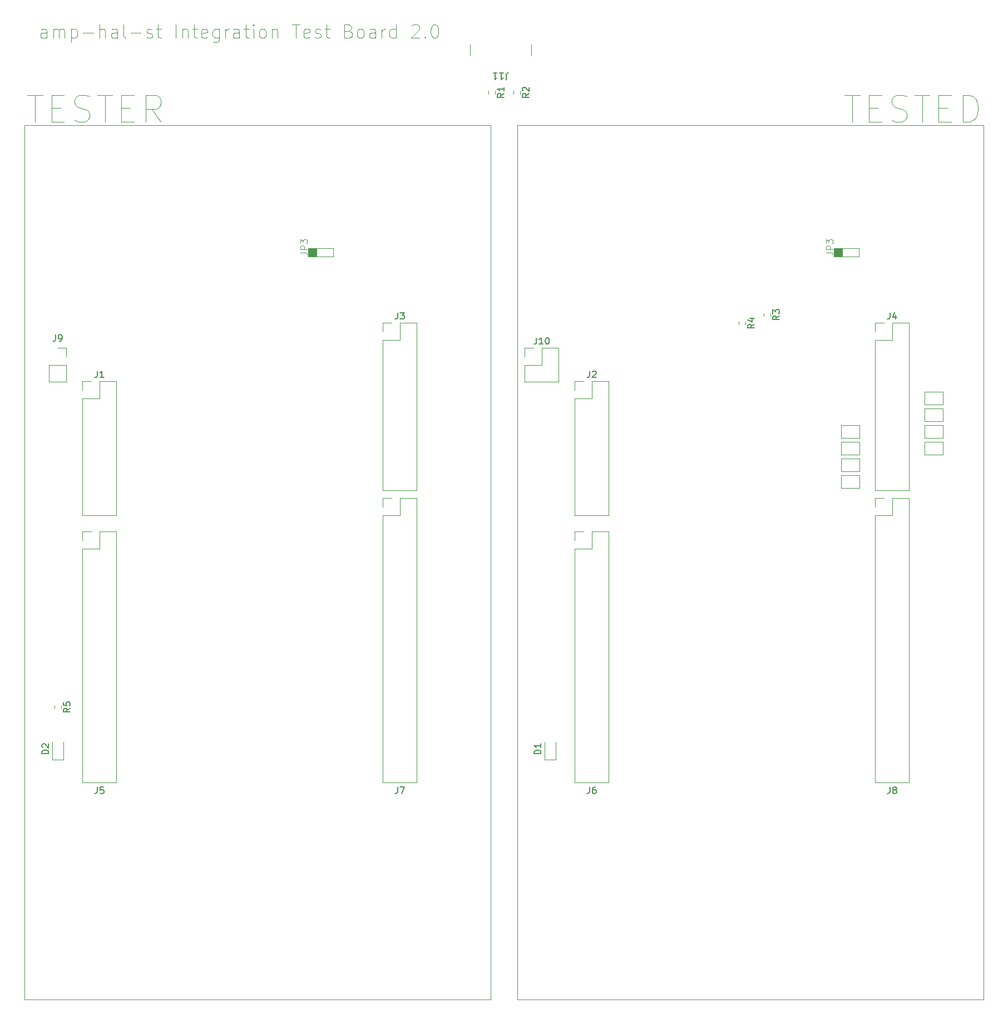
<source format=gbr>
%TF.GenerationSoftware,KiCad,Pcbnew,8.0.4*%
%TF.CreationDate,2025-07-31T13:43:54+02:00*%
%TF.ProjectId,integration_test_board,696e7465-6772-4617-9469-6f6e5f746573,rev?*%
%TF.SameCoordinates,PX1312d00PYaba9500*%
%TF.FileFunction,Legend,Top*%
%TF.FilePolarity,Positive*%
%FSLAX46Y46*%
G04 Gerber Fmt 4.6, Leading zero omitted, Abs format (unit mm)*
G04 Created by KiCad (PCBNEW 8.0.4) date 2025-07-31 13:43:54*
%MOMM*%
%LPD*%
G01*
G04 APERTURE LIST*
%ADD10C,0.100000*%
%ADD11C,0.150000*%
%ADD12C,0.120000*%
G04 APERTURE END LIST*
D10*
X49052419Y114619599D02*
X49766704Y114619599D01*
X49766704Y114619599D02*
X49909561Y114571980D01*
X49909561Y114571980D02*
X50004800Y114476742D01*
X50004800Y114476742D02*
X50052419Y114333885D01*
X50052419Y114333885D02*
X50052419Y114238647D01*
X50052419Y115095790D02*
X49052419Y115095790D01*
X49052419Y115095790D02*
X49052419Y115476742D01*
X49052419Y115476742D02*
X49100038Y115571980D01*
X49100038Y115571980D02*
X49147657Y115619599D01*
X49147657Y115619599D02*
X49242895Y115667218D01*
X49242895Y115667218D02*
X49385752Y115667218D01*
X49385752Y115667218D02*
X49480990Y115619599D01*
X49480990Y115619599D02*
X49528609Y115571980D01*
X49528609Y115571980D02*
X49576228Y115476742D01*
X49576228Y115476742D02*
X49576228Y115095790D01*
X49052419Y116000552D02*
X49052419Y116619599D01*
X49052419Y116619599D02*
X49433371Y116286266D01*
X49433371Y116286266D02*
X49433371Y116429123D01*
X49433371Y116429123D02*
X49480990Y116524361D01*
X49480990Y116524361D02*
X49528609Y116571980D01*
X49528609Y116571980D02*
X49623847Y116619599D01*
X49623847Y116619599D02*
X49861942Y116619599D01*
X49861942Y116619599D02*
X49957180Y116571980D01*
X49957180Y116571980D02*
X50004800Y116524361D01*
X50004800Y116524361D02*
X50052419Y116429123D01*
X50052419Y116429123D02*
X50052419Y116143409D01*
X50052419Y116143409D02*
X50004800Y116048171D01*
X50004800Y116048171D02*
X49957180Y116000552D01*
X50180000Y115300000D02*
X53990000Y115300000D01*
X53990000Y114030000D01*
X50180000Y114030000D01*
X50180000Y115300000D01*
X50180000Y115300000D02*
X51450000Y115300000D01*
X51450000Y114030000D01*
X50180000Y114030000D01*
X50180000Y115300000D01*
G36*
X50180000Y115300000D02*
G01*
X51450000Y115300000D01*
X51450000Y114030000D01*
X50180000Y114030000D01*
X50180000Y115300000D01*
G37*
X129062419Y114619599D02*
X129776704Y114619599D01*
X129776704Y114619599D02*
X129919561Y114571980D01*
X129919561Y114571980D02*
X130014800Y114476742D01*
X130014800Y114476742D02*
X130062419Y114333885D01*
X130062419Y114333885D02*
X130062419Y114238647D01*
X130062419Y115095790D02*
X129062419Y115095790D01*
X129062419Y115095790D02*
X129062419Y115476742D01*
X129062419Y115476742D02*
X129110038Y115571980D01*
X129110038Y115571980D02*
X129157657Y115619599D01*
X129157657Y115619599D02*
X129252895Y115667218D01*
X129252895Y115667218D02*
X129395752Y115667218D01*
X129395752Y115667218D02*
X129490990Y115619599D01*
X129490990Y115619599D02*
X129538609Y115571980D01*
X129538609Y115571980D02*
X129586228Y115476742D01*
X129586228Y115476742D02*
X129586228Y115095790D01*
X129062419Y116000552D02*
X129062419Y116619599D01*
X129062419Y116619599D02*
X129443371Y116286266D01*
X129443371Y116286266D02*
X129443371Y116429123D01*
X129443371Y116429123D02*
X129490990Y116524361D01*
X129490990Y116524361D02*
X129538609Y116571980D01*
X129538609Y116571980D02*
X129633847Y116619599D01*
X129633847Y116619599D02*
X129871942Y116619599D01*
X129871942Y116619599D02*
X129967180Y116571980D01*
X129967180Y116571980D02*
X130014800Y116524361D01*
X130014800Y116524361D02*
X130062419Y116429123D01*
X130062419Y116429123D02*
X130062419Y116143409D01*
X130062419Y116143409D02*
X130014800Y116048171D01*
X130014800Y116048171D02*
X129967180Y116000552D01*
X130190000Y115300000D02*
X131460000Y115300000D01*
X131460000Y114030000D01*
X130190000Y114030000D01*
X130190000Y115300000D01*
G36*
X130190000Y115300000D02*
G01*
X131460000Y115300000D01*
X131460000Y114030000D01*
X130190000Y114030000D01*
X130190000Y115300000D01*
G37*
X130190000Y115300000D02*
X134000000Y115300000D01*
X134000000Y114030000D01*
X130190000Y114030000D01*
X130190000Y115300000D01*
X131840116Y138566557D02*
X134162402Y138566557D01*
X133001259Y134502557D02*
X133001259Y138566557D01*
X135517069Y136631319D02*
X136871735Y136631319D01*
X137452307Y134502557D02*
X135517069Y134502557D01*
X135517069Y134502557D02*
X135517069Y138566557D01*
X135517069Y138566557D02*
X137452307Y138566557D01*
X139000497Y134696080D02*
X139581068Y134502557D01*
X139581068Y134502557D02*
X140548687Y134502557D01*
X140548687Y134502557D02*
X140935735Y134696080D01*
X140935735Y134696080D02*
X141129259Y134889604D01*
X141129259Y134889604D02*
X141322782Y135276652D01*
X141322782Y135276652D02*
X141322782Y135663700D01*
X141322782Y135663700D02*
X141129259Y136050747D01*
X141129259Y136050747D02*
X140935735Y136244271D01*
X140935735Y136244271D02*
X140548687Y136437795D01*
X140548687Y136437795D02*
X139774592Y136631319D01*
X139774592Y136631319D02*
X139387544Y136824842D01*
X139387544Y136824842D02*
X139194021Y137018366D01*
X139194021Y137018366D02*
X139000497Y137405414D01*
X139000497Y137405414D02*
X139000497Y137792461D01*
X139000497Y137792461D02*
X139194021Y138179509D01*
X139194021Y138179509D02*
X139387544Y138373033D01*
X139387544Y138373033D02*
X139774592Y138566557D01*
X139774592Y138566557D02*
X140742211Y138566557D01*
X140742211Y138566557D02*
X141322782Y138373033D01*
X142483925Y138566557D02*
X144806211Y138566557D01*
X143645068Y134502557D02*
X143645068Y138566557D01*
X146160878Y136631319D02*
X147515544Y136631319D01*
X148096116Y134502557D02*
X146160878Y134502557D01*
X146160878Y134502557D02*
X146160878Y138566557D01*
X146160878Y138566557D02*
X148096116Y138566557D01*
X149837830Y134502557D02*
X149837830Y138566557D01*
X149837830Y138566557D02*
X150805449Y138566557D01*
X150805449Y138566557D02*
X151386020Y138373033D01*
X151386020Y138373033D02*
X151773068Y137985985D01*
X151773068Y137985985D02*
X151966591Y137598938D01*
X151966591Y137598938D02*
X152160115Y136824842D01*
X152160115Y136824842D02*
X152160115Y136244271D01*
X152160115Y136244271D02*
X151966591Y135470176D01*
X151966591Y135470176D02*
X151773068Y135083128D01*
X151773068Y135083128D02*
X151386020Y134696080D01*
X151386020Y134696080D02*
X150805449Y134502557D01*
X150805449Y134502557D02*
X149837830Y134502557D01*
X7452836Y138566557D02*
X9775122Y138566557D01*
X8613979Y134502557D02*
X8613979Y138566557D01*
X11129789Y136631319D02*
X12484455Y136631319D01*
X13065027Y134502557D02*
X11129789Y134502557D01*
X11129789Y134502557D02*
X11129789Y138566557D01*
X11129789Y138566557D02*
X13065027Y138566557D01*
X14613217Y134696080D02*
X15193788Y134502557D01*
X15193788Y134502557D02*
X16161407Y134502557D01*
X16161407Y134502557D02*
X16548455Y134696080D01*
X16548455Y134696080D02*
X16741979Y134889604D01*
X16741979Y134889604D02*
X16935502Y135276652D01*
X16935502Y135276652D02*
X16935502Y135663700D01*
X16935502Y135663700D02*
X16741979Y136050747D01*
X16741979Y136050747D02*
X16548455Y136244271D01*
X16548455Y136244271D02*
X16161407Y136437795D01*
X16161407Y136437795D02*
X15387312Y136631319D01*
X15387312Y136631319D02*
X15000264Y136824842D01*
X15000264Y136824842D02*
X14806741Y137018366D01*
X14806741Y137018366D02*
X14613217Y137405414D01*
X14613217Y137405414D02*
X14613217Y137792461D01*
X14613217Y137792461D02*
X14806741Y138179509D01*
X14806741Y138179509D02*
X15000264Y138373033D01*
X15000264Y138373033D02*
X15387312Y138566557D01*
X15387312Y138566557D02*
X16354931Y138566557D01*
X16354931Y138566557D02*
X16935502Y138373033D01*
X18096645Y138566557D02*
X20418931Y138566557D01*
X19257788Y134502557D02*
X19257788Y138566557D01*
X21773598Y136631319D02*
X23128264Y136631319D01*
X23708836Y134502557D02*
X21773598Y134502557D01*
X21773598Y134502557D02*
X21773598Y138566557D01*
X21773598Y138566557D02*
X23708836Y138566557D01*
X27772835Y134502557D02*
X26418169Y136437795D01*
X25450550Y134502557D02*
X25450550Y138566557D01*
X25450550Y138566557D02*
X26998740Y138566557D01*
X26998740Y138566557D02*
X27385788Y138373033D01*
X27385788Y138373033D02*
X27579311Y138179509D01*
X27579311Y138179509D02*
X27772835Y137792461D01*
X27772835Y137792461D02*
X27772835Y137211890D01*
X27772835Y137211890D02*
X27579311Y136824842D01*
X27579311Y136824842D02*
X27385788Y136631319D01*
X27385788Y136631319D02*
X26998740Y136437795D01*
X26998740Y136437795D02*
X25450550Y136437795D01*
X10420455Y147253879D02*
X10420455Y148318260D01*
X10420455Y148318260D02*
X10323693Y148511783D01*
X10323693Y148511783D02*
X10130169Y148608545D01*
X10130169Y148608545D02*
X9743122Y148608545D01*
X9743122Y148608545D02*
X9549598Y148511783D01*
X10420455Y147350640D02*
X10226931Y147253879D01*
X10226931Y147253879D02*
X9743122Y147253879D01*
X9743122Y147253879D02*
X9549598Y147350640D01*
X9549598Y147350640D02*
X9452836Y147544164D01*
X9452836Y147544164D02*
X9452836Y147737688D01*
X9452836Y147737688D02*
X9549598Y147931212D01*
X9549598Y147931212D02*
X9743122Y148027974D01*
X9743122Y148027974D02*
X10226931Y148027974D01*
X10226931Y148027974D02*
X10420455Y148124736D01*
X11388074Y147253879D02*
X11388074Y148608545D01*
X11388074Y148415021D02*
X11484836Y148511783D01*
X11484836Y148511783D02*
X11678360Y148608545D01*
X11678360Y148608545D02*
X11968645Y148608545D01*
X11968645Y148608545D02*
X12162169Y148511783D01*
X12162169Y148511783D02*
X12258931Y148318260D01*
X12258931Y148318260D02*
X12258931Y147253879D01*
X12258931Y148318260D02*
X12355693Y148511783D01*
X12355693Y148511783D02*
X12549217Y148608545D01*
X12549217Y148608545D02*
X12839503Y148608545D01*
X12839503Y148608545D02*
X13033026Y148511783D01*
X13033026Y148511783D02*
X13129788Y148318260D01*
X13129788Y148318260D02*
X13129788Y147253879D01*
X14097407Y148608545D02*
X14097407Y146576545D01*
X14097407Y148511783D02*
X14290931Y148608545D01*
X14290931Y148608545D02*
X14677978Y148608545D01*
X14677978Y148608545D02*
X14871502Y148511783D01*
X14871502Y148511783D02*
X14968264Y148415021D01*
X14968264Y148415021D02*
X15065026Y148221498D01*
X15065026Y148221498D02*
X15065026Y147640926D01*
X15065026Y147640926D02*
X14968264Y147447402D01*
X14968264Y147447402D02*
X14871502Y147350640D01*
X14871502Y147350640D02*
X14677978Y147253879D01*
X14677978Y147253879D02*
X14290931Y147253879D01*
X14290931Y147253879D02*
X14097407Y147350640D01*
X15935883Y148027974D02*
X17484074Y148027974D01*
X18451693Y147253879D02*
X18451693Y149285879D01*
X19322550Y147253879D02*
X19322550Y148318260D01*
X19322550Y148318260D02*
X19225788Y148511783D01*
X19225788Y148511783D02*
X19032264Y148608545D01*
X19032264Y148608545D02*
X18741979Y148608545D01*
X18741979Y148608545D02*
X18548455Y148511783D01*
X18548455Y148511783D02*
X18451693Y148415021D01*
X21161026Y147253879D02*
X21161026Y148318260D01*
X21161026Y148318260D02*
X21064264Y148511783D01*
X21064264Y148511783D02*
X20870740Y148608545D01*
X20870740Y148608545D02*
X20483693Y148608545D01*
X20483693Y148608545D02*
X20290169Y148511783D01*
X21161026Y147350640D02*
X20967502Y147253879D01*
X20967502Y147253879D02*
X20483693Y147253879D01*
X20483693Y147253879D02*
X20290169Y147350640D01*
X20290169Y147350640D02*
X20193407Y147544164D01*
X20193407Y147544164D02*
X20193407Y147737688D01*
X20193407Y147737688D02*
X20290169Y147931212D01*
X20290169Y147931212D02*
X20483693Y148027974D01*
X20483693Y148027974D02*
X20967502Y148027974D01*
X20967502Y148027974D02*
X21161026Y148124736D01*
X22418931Y147253879D02*
X22225407Y147350640D01*
X22225407Y147350640D02*
X22128645Y147544164D01*
X22128645Y147544164D02*
X22128645Y149285879D01*
X23193026Y148027974D02*
X24741217Y148027974D01*
X25612074Y147350640D02*
X25805598Y147253879D01*
X25805598Y147253879D02*
X26192646Y147253879D01*
X26192646Y147253879D02*
X26386169Y147350640D01*
X26386169Y147350640D02*
X26482931Y147544164D01*
X26482931Y147544164D02*
X26482931Y147640926D01*
X26482931Y147640926D02*
X26386169Y147834450D01*
X26386169Y147834450D02*
X26192646Y147931212D01*
X26192646Y147931212D02*
X25902360Y147931212D01*
X25902360Y147931212D02*
X25708836Y148027974D01*
X25708836Y148027974D02*
X25612074Y148221498D01*
X25612074Y148221498D02*
X25612074Y148318260D01*
X25612074Y148318260D02*
X25708836Y148511783D01*
X25708836Y148511783D02*
X25902360Y148608545D01*
X25902360Y148608545D02*
X26192646Y148608545D01*
X26192646Y148608545D02*
X26386169Y148511783D01*
X27063502Y148608545D02*
X27837598Y148608545D01*
X27353788Y149285879D02*
X27353788Y147544164D01*
X27353788Y147544164D02*
X27450550Y147350640D01*
X27450550Y147350640D02*
X27644074Y147253879D01*
X27644074Y147253879D02*
X27837598Y147253879D01*
X30063121Y147253879D02*
X30063121Y149285879D01*
X31030740Y148608545D02*
X31030740Y147253879D01*
X31030740Y148415021D02*
X31127502Y148511783D01*
X31127502Y148511783D02*
X31321026Y148608545D01*
X31321026Y148608545D02*
X31611311Y148608545D01*
X31611311Y148608545D02*
X31804835Y148511783D01*
X31804835Y148511783D02*
X31901597Y148318260D01*
X31901597Y148318260D02*
X31901597Y147253879D01*
X32578930Y148608545D02*
X33353026Y148608545D01*
X32869216Y149285879D02*
X32869216Y147544164D01*
X32869216Y147544164D02*
X32965978Y147350640D01*
X32965978Y147350640D02*
X33159502Y147253879D01*
X33159502Y147253879D02*
X33353026Y147253879D01*
X34804454Y147350640D02*
X34610930Y147253879D01*
X34610930Y147253879D02*
X34223883Y147253879D01*
X34223883Y147253879D02*
X34030359Y147350640D01*
X34030359Y147350640D02*
X33933597Y147544164D01*
X33933597Y147544164D02*
X33933597Y148318260D01*
X33933597Y148318260D02*
X34030359Y148511783D01*
X34030359Y148511783D02*
X34223883Y148608545D01*
X34223883Y148608545D02*
X34610930Y148608545D01*
X34610930Y148608545D02*
X34804454Y148511783D01*
X34804454Y148511783D02*
X34901216Y148318260D01*
X34901216Y148318260D02*
X34901216Y148124736D01*
X34901216Y148124736D02*
X33933597Y147931212D01*
X36642930Y148608545D02*
X36642930Y146963593D01*
X36642930Y146963593D02*
X36546168Y146770069D01*
X36546168Y146770069D02*
X36449406Y146673307D01*
X36449406Y146673307D02*
X36255883Y146576545D01*
X36255883Y146576545D02*
X35965597Y146576545D01*
X35965597Y146576545D02*
X35772073Y146673307D01*
X36642930Y147350640D02*
X36449406Y147253879D01*
X36449406Y147253879D02*
X36062359Y147253879D01*
X36062359Y147253879D02*
X35868835Y147350640D01*
X35868835Y147350640D02*
X35772073Y147447402D01*
X35772073Y147447402D02*
X35675311Y147640926D01*
X35675311Y147640926D02*
X35675311Y148221498D01*
X35675311Y148221498D02*
X35772073Y148415021D01*
X35772073Y148415021D02*
X35868835Y148511783D01*
X35868835Y148511783D02*
X36062359Y148608545D01*
X36062359Y148608545D02*
X36449406Y148608545D01*
X36449406Y148608545D02*
X36642930Y148511783D01*
X37610549Y147253879D02*
X37610549Y148608545D01*
X37610549Y148221498D02*
X37707311Y148415021D01*
X37707311Y148415021D02*
X37804073Y148511783D01*
X37804073Y148511783D02*
X37997597Y148608545D01*
X37997597Y148608545D02*
X38191120Y148608545D01*
X39739311Y147253879D02*
X39739311Y148318260D01*
X39739311Y148318260D02*
X39642549Y148511783D01*
X39642549Y148511783D02*
X39449025Y148608545D01*
X39449025Y148608545D02*
X39061978Y148608545D01*
X39061978Y148608545D02*
X38868454Y148511783D01*
X39739311Y147350640D02*
X39545787Y147253879D01*
X39545787Y147253879D02*
X39061978Y147253879D01*
X39061978Y147253879D02*
X38868454Y147350640D01*
X38868454Y147350640D02*
X38771692Y147544164D01*
X38771692Y147544164D02*
X38771692Y147737688D01*
X38771692Y147737688D02*
X38868454Y147931212D01*
X38868454Y147931212D02*
X39061978Y148027974D01*
X39061978Y148027974D02*
X39545787Y148027974D01*
X39545787Y148027974D02*
X39739311Y148124736D01*
X40416644Y148608545D02*
X41190740Y148608545D01*
X40706930Y149285879D02*
X40706930Y147544164D01*
X40706930Y147544164D02*
X40803692Y147350640D01*
X40803692Y147350640D02*
X40997216Y147253879D01*
X40997216Y147253879D02*
X41190740Y147253879D01*
X41868073Y147253879D02*
X41868073Y148608545D01*
X41868073Y149285879D02*
X41771311Y149189117D01*
X41771311Y149189117D02*
X41868073Y149092355D01*
X41868073Y149092355D02*
X41964835Y149189117D01*
X41964835Y149189117D02*
X41868073Y149285879D01*
X41868073Y149285879D02*
X41868073Y149092355D01*
X43125978Y147253879D02*
X42932454Y147350640D01*
X42932454Y147350640D02*
X42835692Y147447402D01*
X42835692Y147447402D02*
X42738930Y147640926D01*
X42738930Y147640926D02*
X42738930Y148221498D01*
X42738930Y148221498D02*
X42835692Y148415021D01*
X42835692Y148415021D02*
X42932454Y148511783D01*
X42932454Y148511783D02*
X43125978Y148608545D01*
X43125978Y148608545D02*
X43416263Y148608545D01*
X43416263Y148608545D02*
X43609787Y148511783D01*
X43609787Y148511783D02*
X43706549Y148415021D01*
X43706549Y148415021D02*
X43803311Y148221498D01*
X43803311Y148221498D02*
X43803311Y147640926D01*
X43803311Y147640926D02*
X43706549Y147447402D01*
X43706549Y147447402D02*
X43609787Y147350640D01*
X43609787Y147350640D02*
X43416263Y147253879D01*
X43416263Y147253879D02*
X43125978Y147253879D01*
X44674168Y148608545D02*
X44674168Y147253879D01*
X44674168Y148415021D02*
X44770930Y148511783D01*
X44770930Y148511783D02*
X44964454Y148608545D01*
X44964454Y148608545D02*
X45254739Y148608545D01*
X45254739Y148608545D02*
X45448263Y148511783D01*
X45448263Y148511783D02*
X45545025Y148318260D01*
X45545025Y148318260D02*
X45545025Y147253879D01*
X47770548Y149285879D02*
X48931691Y149285879D01*
X48351120Y147253879D02*
X48351120Y149285879D01*
X50383119Y147350640D02*
X50189595Y147253879D01*
X50189595Y147253879D02*
X49802548Y147253879D01*
X49802548Y147253879D02*
X49609024Y147350640D01*
X49609024Y147350640D02*
X49512262Y147544164D01*
X49512262Y147544164D02*
X49512262Y148318260D01*
X49512262Y148318260D02*
X49609024Y148511783D01*
X49609024Y148511783D02*
X49802548Y148608545D01*
X49802548Y148608545D02*
X50189595Y148608545D01*
X50189595Y148608545D02*
X50383119Y148511783D01*
X50383119Y148511783D02*
X50479881Y148318260D01*
X50479881Y148318260D02*
X50479881Y148124736D01*
X50479881Y148124736D02*
X49512262Y147931212D01*
X51253976Y147350640D02*
X51447500Y147253879D01*
X51447500Y147253879D02*
X51834548Y147253879D01*
X51834548Y147253879D02*
X52028071Y147350640D01*
X52028071Y147350640D02*
X52124833Y147544164D01*
X52124833Y147544164D02*
X52124833Y147640926D01*
X52124833Y147640926D02*
X52028071Y147834450D01*
X52028071Y147834450D02*
X51834548Y147931212D01*
X51834548Y147931212D02*
X51544262Y147931212D01*
X51544262Y147931212D02*
X51350738Y148027974D01*
X51350738Y148027974D02*
X51253976Y148221498D01*
X51253976Y148221498D02*
X51253976Y148318260D01*
X51253976Y148318260D02*
X51350738Y148511783D01*
X51350738Y148511783D02*
X51544262Y148608545D01*
X51544262Y148608545D02*
X51834548Y148608545D01*
X51834548Y148608545D02*
X52028071Y148511783D01*
X52705404Y148608545D02*
X53479500Y148608545D01*
X52995690Y149285879D02*
X52995690Y147544164D01*
X52995690Y147544164D02*
X53092452Y147350640D01*
X53092452Y147350640D02*
X53285976Y147253879D01*
X53285976Y147253879D02*
X53479500Y147253879D01*
X56382356Y148318260D02*
X56672642Y148221498D01*
X56672642Y148221498D02*
X56769404Y148124736D01*
X56769404Y148124736D02*
X56866166Y147931212D01*
X56866166Y147931212D02*
X56866166Y147640926D01*
X56866166Y147640926D02*
X56769404Y147447402D01*
X56769404Y147447402D02*
X56672642Y147350640D01*
X56672642Y147350640D02*
X56479118Y147253879D01*
X56479118Y147253879D02*
X55705023Y147253879D01*
X55705023Y147253879D02*
X55705023Y149285879D01*
X55705023Y149285879D02*
X56382356Y149285879D01*
X56382356Y149285879D02*
X56575880Y149189117D01*
X56575880Y149189117D02*
X56672642Y149092355D01*
X56672642Y149092355D02*
X56769404Y148898831D01*
X56769404Y148898831D02*
X56769404Y148705307D01*
X56769404Y148705307D02*
X56672642Y148511783D01*
X56672642Y148511783D02*
X56575880Y148415021D01*
X56575880Y148415021D02*
X56382356Y148318260D01*
X56382356Y148318260D02*
X55705023Y148318260D01*
X58027309Y147253879D02*
X57833785Y147350640D01*
X57833785Y147350640D02*
X57737023Y147447402D01*
X57737023Y147447402D02*
X57640261Y147640926D01*
X57640261Y147640926D02*
X57640261Y148221498D01*
X57640261Y148221498D02*
X57737023Y148415021D01*
X57737023Y148415021D02*
X57833785Y148511783D01*
X57833785Y148511783D02*
X58027309Y148608545D01*
X58027309Y148608545D02*
X58317594Y148608545D01*
X58317594Y148608545D02*
X58511118Y148511783D01*
X58511118Y148511783D02*
X58607880Y148415021D01*
X58607880Y148415021D02*
X58704642Y148221498D01*
X58704642Y148221498D02*
X58704642Y147640926D01*
X58704642Y147640926D02*
X58607880Y147447402D01*
X58607880Y147447402D02*
X58511118Y147350640D01*
X58511118Y147350640D02*
X58317594Y147253879D01*
X58317594Y147253879D02*
X58027309Y147253879D01*
X60446356Y147253879D02*
X60446356Y148318260D01*
X60446356Y148318260D02*
X60349594Y148511783D01*
X60349594Y148511783D02*
X60156070Y148608545D01*
X60156070Y148608545D02*
X59769023Y148608545D01*
X59769023Y148608545D02*
X59575499Y148511783D01*
X60446356Y147350640D02*
X60252832Y147253879D01*
X60252832Y147253879D02*
X59769023Y147253879D01*
X59769023Y147253879D02*
X59575499Y147350640D01*
X59575499Y147350640D02*
X59478737Y147544164D01*
X59478737Y147544164D02*
X59478737Y147737688D01*
X59478737Y147737688D02*
X59575499Y147931212D01*
X59575499Y147931212D02*
X59769023Y148027974D01*
X59769023Y148027974D02*
X60252832Y148027974D01*
X60252832Y148027974D02*
X60446356Y148124736D01*
X61413975Y147253879D02*
X61413975Y148608545D01*
X61413975Y148221498D02*
X61510737Y148415021D01*
X61510737Y148415021D02*
X61607499Y148511783D01*
X61607499Y148511783D02*
X61801023Y148608545D01*
X61801023Y148608545D02*
X61994546Y148608545D01*
X63542737Y147253879D02*
X63542737Y149285879D01*
X63542737Y147350640D02*
X63349213Y147253879D01*
X63349213Y147253879D02*
X62962166Y147253879D01*
X62962166Y147253879D02*
X62768642Y147350640D01*
X62768642Y147350640D02*
X62671880Y147447402D01*
X62671880Y147447402D02*
X62575118Y147640926D01*
X62575118Y147640926D02*
X62575118Y148221498D01*
X62575118Y148221498D02*
X62671880Y148415021D01*
X62671880Y148415021D02*
X62768642Y148511783D01*
X62768642Y148511783D02*
X62962166Y148608545D01*
X62962166Y148608545D02*
X63349213Y148608545D01*
X63349213Y148608545D02*
X63542737Y148511783D01*
X65961784Y149092355D02*
X66058546Y149189117D01*
X66058546Y149189117D02*
X66252070Y149285879D01*
X66252070Y149285879D02*
X66735879Y149285879D01*
X66735879Y149285879D02*
X66929403Y149189117D01*
X66929403Y149189117D02*
X67026165Y149092355D01*
X67026165Y149092355D02*
X67122927Y148898831D01*
X67122927Y148898831D02*
X67122927Y148705307D01*
X67122927Y148705307D02*
X67026165Y148415021D01*
X67026165Y148415021D02*
X65865022Y147253879D01*
X65865022Y147253879D02*
X67122927Y147253879D01*
X67993784Y147447402D02*
X68090546Y147350640D01*
X68090546Y147350640D02*
X67993784Y147253879D01*
X67993784Y147253879D02*
X67897022Y147350640D01*
X67897022Y147350640D02*
X67993784Y147447402D01*
X67993784Y147447402D02*
X67993784Y147253879D01*
X69348451Y149285879D02*
X69541974Y149285879D01*
X69541974Y149285879D02*
X69735498Y149189117D01*
X69735498Y149189117D02*
X69832260Y149092355D01*
X69832260Y149092355D02*
X69929022Y148898831D01*
X69929022Y148898831D02*
X70025784Y148511783D01*
X70025784Y148511783D02*
X70025784Y148027974D01*
X70025784Y148027974D02*
X69929022Y147640926D01*
X69929022Y147640926D02*
X69832260Y147447402D01*
X69832260Y147447402D02*
X69735498Y147350640D01*
X69735498Y147350640D02*
X69541974Y147253879D01*
X69541974Y147253879D02*
X69348451Y147253879D01*
X69348451Y147253879D02*
X69154927Y147350640D01*
X69154927Y147350640D02*
X69058165Y147447402D01*
X69058165Y147447402D02*
X68961403Y147640926D01*
X68961403Y147640926D02*
X68864641Y148027974D01*
X68864641Y148027974D02*
X68864641Y148511783D01*
X68864641Y148511783D02*
X68961403Y148898831D01*
X68961403Y148898831D02*
X69058165Y149092355D01*
X69058165Y149092355D02*
X69154927Y149189117D01*
X69154927Y149189117D02*
X69348451Y149285879D01*
X82000000Y134000000D02*
X153000000Y134000000D01*
X153000000Y1000000D01*
X82000000Y1000000D01*
X82000000Y134000000D01*
X7000000Y134000000D02*
X78000000Y134000000D01*
X78000000Y1000000D01*
X7000000Y1000000D01*
X7000000Y134000000D01*
D11*
X13964819Y45283334D02*
X13488628Y44950001D01*
X13964819Y44711906D02*
X12964819Y44711906D01*
X12964819Y44711906D02*
X12964819Y45092858D01*
X12964819Y45092858D02*
X13012438Y45188096D01*
X13012438Y45188096D02*
X13060057Y45235715D01*
X13060057Y45235715D02*
X13155295Y45283334D01*
X13155295Y45283334D02*
X13298152Y45283334D01*
X13298152Y45283334D02*
X13393390Y45235715D01*
X13393390Y45235715D02*
X13441009Y45188096D01*
X13441009Y45188096D02*
X13488628Y45092858D01*
X13488628Y45092858D02*
X13488628Y44711906D01*
X12964819Y46188096D02*
X12964819Y45711906D01*
X12964819Y45711906D02*
X13441009Y45664287D01*
X13441009Y45664287D02*
X13393390Y45711906D01*
X13393390Y45711906D02*
X13345771Y45807144D01*
X13345771Y45807144D02*
X13345771Y46045239D01*
X13345771Y46045239D02*
X13393390Y46140477D01*
X13393390Y46140477D02*
X13441009Y46188096D01*
X13441009Y46188096D02*
X13536247Y46235715D01*
X13536247Y46235715D02*
X13774342Y46235715D01*
X13774342Y46235715D02*
X13869580Y46188096D01*
X13869580Y46188096D02*
X13917200Y46140477D01*
X13917200Y46140477D02*
X13964819Y46045239D01*
X13964819Y46045239D02*
X13964819Y45807144D01*
X13964819Y45807144D02*
X13917200Y45711906D01*
X13917200Y45711906D02*
X13869580Y45664287D01*
X118104819Y103703334D02*
X117628628Y103370001D01*
X118104819Y103131906D02*
X117104819Y103131906D01*
X117104819Y103131906D02*
X117104819Y103512858D01*
X117104819Y103512858D02*
X117152438Y103608096D01*
X117152438Y103608096D02*
X117200057Y103655715D01*
X117200057Y103655715D02*
X117295295Y103703334D01*
X117295295Y103703334D02*
X117438152Y103703334D01*
X117438152Y103703334D02*
X117533390Y103655715D01*
X117533390Y103655715D02*
X117581009Y103608096D01*
X117581009Y103608096D02*
X117628628Y103512858D01*
X117628628Y103512858D02*
X117628628Y103131906D01*
X117438152Y104560477D02*
X118104819Y104560477D01*
X117057200Y104322382D02*
X117771485Y104084287D01*
X117771485Y104084287D02*
X117771485Y104703334D01*
X121914819Y104973334D02*
X121438628Y104640001D01*
X121914819Y104401906D02*
X120914819Y104401906D01*
X120914819Y104401906D02*
X120914819Y104782858D01*
X120914819Y104782858D02*
X120962438Y104878096D01*
X120962438Y104878096D02*
X121010057Y104925715D01*
X121010057Y104925715D02*
X121105295Y104973334D01*
X121105295Y104973334D02*
X121248152Y104973334D01*
X121248152Y104973334D02*
X121343390Y104925715D01*
X121343390Y104925715D02*
X121391009Y104878096D01*
X121391009Y104878096D02*
X121438628Y104782858D01*
X121438628Y104782858D02*
X121438628Y104401906D01*
X120914819Y105306668D02*
X120914819Y105925715D01*
X120914819Y105925715D02*
X121295771Y105592382D01*
X121295771Y105592382D02*
X121295771Y105735239D01*
X121295771Y105735239D02*
X121343390Y105830477D01*
X121343390Y105830477D02*
X121391009Y105878096D01*
X121391009Y105878096D02*
X121486247Y105925715D01*
X121486247Y105925715D02*
X121724342Y105925715D01*
X121724342Y105925715D02*
X121819580Y105878096D01*
X121819580Y105878096D02*
X121867200Y105830477D01*
X121867200Y105830477D02*
X121914819Y105735239D01*
X121914819Y105735239D02*
X121914819Y105449525D01*
X121914819Y105449525D02*
X121867200Y105354287D01*
X121867200Y105354287D02*
X121819580Y105306668D01*
X84930476Y101665181D02*
X84930476Y100950896D01*
X84930476Y100950896D02*
X84882857Y100808039D01*
X84882857Y100808039D02*
X84787619Y100712800D01*
X84787619Y100712800D02*
X84644762Y100665181D01*
X84644762Y100665181D02*
X84549524Y100665181D01*
X85930476Y100665181D02*
X85359048Y100665181D01*
X85644762Y100665181D02*
X85644762Y101665181D01*
X85644762Y101665181D02*
X85549524Y101522324D01*
X85549524Y101522324D02*
X85454286Y101427086D01*
X85454286Y101427086D02*
X85359048Y101379467D01*
X86549524Y101665181D02*
X86644762Y101665181D01*
X86644762Y101665181D02*
X86740000Y101617562D01*
X86740000Y101617562D02*
X86787619Y101569943D01*
X86787619Y101569943D02*
X86835238Y101474705D01*
X86835238Y101474705D02*
X86882857Y101284229D01*
X86882857Y101284229D02*
X86882857Y101046134D01*
X86882857Y101046134D02*
X86835238Y100855658D01*
X86835238Y100855658D02*
X86787619Y100760420D01*
X86787619Y100760420D02*
X86740000Y100712800D01*
X86740000Y100712800D02*
X86644762Y100665181D01*
X86644762Y100665181D02*
X86549524Y100665181D01*
X86549524Y100665181D02*
X86454286Y100712800D01*
X86454286Y100712800D02*
X86406667Y100760420D01*
X86406667Y100760420D02*
X86359048Y100855658D01*
X86359048Y100855658D02*
X86311429Y101046134D01*
X86311429Y101046134D02*
X86311429Y101284229D01*
X86311429Y101284229D02*
X86359048Y101474705D01*
X86359048Y101474705D02*
X86406667Y101569943D01*
X86406667Y101569943D02*
X86454286Y101617562D01*
X86454286Y101617562D02*
X86549524Y101665181D01*
X138746666Y105475181D02*
X138746666Y104760896D01*
X138746666Y104760896D02*
X138699047Y104618039D01*
X138699047Y104618039D02*
X138603809Y104522800D01*
X138603809Y104522800D02*
X138460952Y104475181D01*
X138460952Y104475181D02*
X138365714Y104475181D01*
X139651428Y105141848D02*
X139651428Y104475181D01*
X139413333Y105522800D02*
X139175238Y104808515D01*
X139175238Y104808515D02*
X139794285Y104808515D01*
X138746666Y33295181D02*
X138746666Y32580896D01*
X138746666Y32580896D02*
X138699047Y32438039D01*
X138699047Y32438039D02*
X138603809Y32342800D01*
X138603809Y32342800D02*
X138460952Y32295181D01*
X138460952Y32295181D02*
X138365714Y32295181D01*
X139365714Y32866610D02*
X139270476Y32914229D01*
X139270476Y32914229D02*
X139222857Y32961848D01*
X139222857Y32961848D02*
X139175238Y33057086D01*
X139175238Y33057086D02*
X139175238Y33104705D01*
X139175238Y33104705D02*
X139222857Y33199943D01*
X139222857Y33199943D02*
X139270476Y33247562D01*
X139270476Y33247562D02*
X139365714Y33295181D01*
X139365714Y33295181D02*
X139556190Y33295181D01*
X139556190Y33295181D02*
X139651428Y33247562D01*
X139651428Y33247562D02*
X139699047Y33199943D01*
X139699047Y33199943D02*
X139746666Y33104705D01*
X139746666Y33104705D02*
X139746666Y33057086D01*
X139746666Y33057086D02*
X139699047Y32961848D01*
X139699047Y32961848D02*
X139651428Y32914229D01*
X139651428Y32914229D02*
X139556190Y32866610D01*
X139556190Y32866610D02*
X139365714Y32866610D01*
X139365714Y32866610D02*
X139270476Y32818991D01*
X139270476Y32818991D02*
X139222857Y32771372D01*
X139222857Y32771372D02*
X139175238Y32676134D01*
X139175238Y32676134D02*
X139175238Y32485658D01*
X139175238Y32485658D02*
X139222857Y32390420D01*
X139222857Y32390420D02*
X139270476Y32342800D01*
X139270476Y32342800D02*
X139365714Y32295181D01*
X139365714Y32295181D02*
X139556190Y32295181D01*
X139556190Y32295181D02*
X139651428Y32342800D01*
X139651428Y32342800D02*
X139699047Y32390420D01*
X139699047Y32390420D02*
X139746666Y32485658D01*
X139746666Y32485658D02*
X139746666Y32676134D01*
X139746666Y32676134D02*
X139699047Y32771372D01*
X139699047Y32771372D02*
X139651428Y32818991D01*
X139651428Y32818991D02*
X139556190Y32866610D01*
X63816666Y33295181D02*
X63816666Y32580896D01*
X63816666Y32580896D02*
X63769047Y32438039D01*
X63769047Y32438039D02*
X63673809Y32342800D01*
X63673809Y32342800D02*
X63530952Y32295181D01*
X63530952Y32295181D02*
X63435714Y32295181D01*
X64197619Y33295181D02*
X64864285Y33295181D01*
X64864285Y33295181D02*
X64435714Y32295181D01*
X93026666Y33295181D02*
X93026666Y32580896D01*
X93026666Y32580896D02*
X92979047Y32438039D01*
X92979047Y32438039D02*
X92883809Y32342800D01*
X92883809Y32342800D02*
X92740952Y32295181D01*
X92740952Y32295181D02*
X92645714Y32295181D01*
X93931428Y33295181D02*
X93740952Y33295181D01*
X93740952Y33295181D02*
X93645714Y33247562D01*
X93645714Y33247562D02*
X93598095Y33199943D01*
X93598095Y33199943D02*
X93502857Y33057086D01*
X93502857Y33057086D02*
X93455238Y32866610D01*
X93455238Y32866610D02*
X93455238Y32485658D01*
X93455238Y32485658D02*
X93502857Y32390420D01*
X93502857Y32390420D02*
X93550476Y32342800D01*
X93550476Y32342800D02*
X93645714Y32295181D01*
X93645714Y32295181D02*
X93836190Y32295181D01*
X93836190Y32295181D02*
X93931428Y32342800D01*
X93931428Y32342800D02*
X93979047Y32390420D01*
X93979047Y32390420D02*
X94026666Y32485658D01*
X94026666Y32485658D02*
X94026666Y32723753D01*
X94026666Y32723753D02*
X93979047Y32818991D01*
X93979047Y32818991D02*
X93931428Y32866610D01*
X93931428Y32866610D02*
X93836190Y32914229D01*
X93836190Y32914229D02*
X93645714Y32914229D01*
X93645714Y32914229D02*
X93550476Y32866610D01*
X93550476Y32866610D02*
X93502857Y32818991D01*
X93502857Y32818991D02*
X93455238Y32723753D01*
X18096666Y33295181D02*
X18096666Y32580896D01*
X18096666Y32580896D02*
X18049047Y32438039D01*
X18049047Y32438039D02*
X17953809Y32342800D01*
X17953809Y32342800D02*
X17810952Y32295181D01*
X17810952Y32295181D02*
X17715714Y32295181D01*
X19049047Y33295181D02*
X18572857Y33295181D01*
X18572857Y33295181D02*
X18525238Y32818991D01*
X18525238Y32818991D02*
X18572857Y32866610D01*
X18572857Y32866610D02*
X18668095Y32914229D01*
X18668095Y32914229D02*
X18906190Y32914229D01*
X18906190Y32914229D02*
X19001428Y32866610D01*
X19001428Y32866610D02*
X19049047Y32818991D01*
X19049047Y32818991D02*
X19096666Y32723753D01*
X19096666Y32723753D02*
X19096666Y32485658D01*
X19096666Y32485658D02*
X19049047Y32390420D01*
X19049047Y32390420D02*
X19001428Y32342800D01*
X19001428Y32342800D02*
X18906190Y32295181D01*
X18906190Y32295181D02*
X18668095Y32295181D01*
X18668095Y32295181D02*
X18572857Y32342800D01*
X18572857Y32342800D02*
X18525238Y32390420D01*
X83814819Y138818334D02*
X83338628Y138485001D01*
X83814819Y138246906D02*
X82814819Y138246906D01*
X82814819Y138246906D02*
X82814819Y138627858D01*
X82814819Y138627858D02*
X82862438Y138723096D01*
X82862438Y138723096D02*
X82910057Y138770715D01*
X82910057Y138770715D02*
X83005295Y138818334D01*
X83005295Y138818334D02*
X83148152Y138818334D01*
X83148152Y138818334D02*
X83243390Y138770715D01*
X83243390Y138770715D02*
X83291009Y138723096D01*
X83291009Y138723096D02*
X83338628Y138627858D01*
X83338628Y138627858D02*
X83338628Y138246906D01*
X82910057Y139199287D02*
X82862438Y139246906D01*
X82862438Y139246906D02*
X82814819Y139342144D01*
X82814819Y139342144D02*
X82814819Y139580239D01*
X82814819Y139580239D02*
X82862438Y139675477D01*
X82862438Y139675477D02*
X82910057Y139723096D01*
X82910057Y139723096D02*
X83005295Y139770715D01*
X83005295Y139770715D02*
X83100533Y139770715D01*
X83100533Y139770715D02*
X83243390Y139723096D01*
X83243390Y139723096D02*
X83814819Y139151668D01*
X83814819Y139151668D02*
X83814819Y139770715D01*
X80004819Y138818334D02*
X79528628Y138485001D01*
X80004819Y138246906D02*
X79004819Y138246906D01*
X79004819Y138246906D02*
X79004819Y138627858D01*
X79004819Y138627858D02*
X79052438Y138723096D01*
X79052438Y138723096D02*
X79100057Y138770715D01*
X79100057Y138770715D02*
X79195295Y138818334D01*
X79195295Y138818334D02*
X79338152Y138818334D01*
X79338152Y138818334D02*
X79433390Y138770715D01*
X79433390Y138770715D02*
X79481009Y138723096D01*
X79481009Y138723096D02*
X79528628Y138627858D01*
X79528628Y138627858D02*
X79528628Y138246906D01*
X80004819Y139770715D02*
X80004819Y139199287D01*
X80004819Y139485001D02*
X79004819Y139485001D01*
X79004819Y139485001D02*
X79147676Y139389763D01*
X79147676Y139389763D02*
X79242914Y139294525D01*
X79242914Y139294525D02*
X79290533Y139199287D01*
X80326523Y140896820D02*
X80326523Y141611105D01*
X80326523Y141611105D02*
X80374142Y141753962D01*
X80374142Y141753962D02*
X80469380Y141849200D01*
X80469380Y141849200D02*
X80612237Y141896820D01*
X80612237Y141896820D02*
X80707475Y141896820D01*
X79326523Y141896820D02*
X79897951Y141896820D01*
X79612237Y141896820D02*
X79612237Y140896820D01*
X79612237Y140896820D02*
X79707475Y141039677D01*
X79707475Y141039677D02*
X79802713Y141134915D01*
X79802713Y141134915D02*
X79897951Y141182534D01*
X78374142Y141896820D02*
X78945570Y141896820D01*
X78659856Y141896820D02*
X78659856Y140896820D01*
X78659856Y140896820D02*
X78755094Y141039677D01*
X78755094Y141039677D02*
X78850332Y141134915D01*
X78850332Y141134915D02*
X78945570Y141182534D01*
X11746666Y102105181D02*
X11746666Y101390896D01*
X11746666Y101390896D02*
X11699047Y101248039D01*
X11699047Y101248039D02*
X11603809Y101152800D01*
X11603809Y101152800D02*
X11460952Y101105181D01*
X11460952Y101105181D02*
X11365714Y101105181D01*
X12270476Y101105181D02*
X12460952Y101105181D01*
X12460952Y101105181D02*
X12556190Y101152800D01*
X12556190Y101152800D02*
X12603809Y101200420D01*
X12603809Y101200420D02*
X12699047Y101343277D01*
X12699047Y101343277D02*
X12746666Y101533753D01*
X12746666Y101533753D02*
X12746666Y101914705D01*
X12746666Y101914705D02*
X12699047Y102009943D01*
X12699047Y102009943D02*
X12651428Y102057562D01*
X12651428Y102057562D02*
X12556190Y102105181D01*
X12556190Y102105181D02*
X12365714Y102105181D01*
X12365714Y102105181D02*
X12270476Y102057562D01*
X12270476Y102057562D02*
X12222857Y102009943D01*
X12222857Y102009943D02*
X12175238Y101914705D01*
X12175238Y101914705D02*
X12175238Y101676610D01*
X12175238Y101676610D02*
X12222857Y101581372D01*
X12222857Y101581372D02*
X12270476Y101533753D01*
X12270476Y101533753D02*
X12365714Y101486134D01*
X12365714Y101486134D02*
X12556190Y101486134D01*
X12556190Y101486134D02*
X12651428Y101533753D01*
X12651428Y101533753D02*
X12699047Y101581372D01*
X12699047Y101581372D02*
X12746666Y101676610D01*
X93026666Y96585181D02*
X93026666Y95870896D01*
X93026666Y95870896D02*
X92979047Y95728039D01*
X92979047Y95728039D02*
X92883809Y95632800D01*
X92883809Y95632800D02*
X92740952Y95585181D01*
X92740952Y95585181D02*
X92645714Y95585181D01*
X93455238Y96489943D02*
X93502857Y96537562D01*
X93502857Y96537562D02*
X93598095Y96585181D01*
X93598095Y96585181D02*
X93836190Y96585181D01*
X93836190Y96585181D02*
X93931428Y96537562D01*
X93931428Y96537562D02*
X93979047Y96489943D01*
X93979047Y96489943D02*
X94026666Y96394705D01*
X94026666Y96394705D02*
X94026666Y96299467D01*
X94026666Y96299467D02*
X93979047Y96156610D01*
X93979047Y96156610D02*
X93407619Y95585181D01*
X93407619Y95585181D02*
X94026666Y95585181D01*
X10684819Y38361906D02*
X9684819Y38361906D01*
X9684819Y38361906D02*
X9684819Y38600001D01*
X9684819Y38600001D02*
X9732438Y38742858D01*
X9732438Y38742858D02*
X9827676Y38838096D01*
X9827676Y38838096D02*
X9922914Y38885715D01*
X9922914Y38885715D02*
X10113390Y38933334D01*
X10113390Y38933334D02*
X10256247Y38933334D01*
X10256247Y38933334D02*
X10446723Y38885715D01*
X10446723Y38885715D02*
X10541961Y38838096D01*
X10541961Y38838096D02*
X10637200Y38742858D01*
X10637200Y38742858D02*
X10684819Y38600001D01*
X10684819Y38600001D02*
X10684819Y38361906D01*
X9780057Y39314287D02*
X9732438Y39361906D01*
X9732438Y39361906D02*
X9684819Y39457144D01*
X9684819Y39457144D02*
X9684819Y39695239D01*
X9684819Y39695239D02*
X9732438Y39790477D01*
X9732438Y39790477D02*
X9780057Y39838096D01*
X9780057Y39838096D02*
X9875295Y39885715D01*
X9875295Y39885715D02*
X9970533Y39885715D01*
X9970533Y39885715D02*
X10113390Y39838096D01*
X10113390Y39838096D02*
X10684819Y39266668D01*
X10684819Y39266668D02*
X10684819Y39885715D01*
X85614819Y38361906D02*
X84614819Y38361906D01*
X84614819Y38361906D02*
X84614819Y38600001D01*
X84614819Y38600001D02*
X84662438Y38742858D01*
X84662438Y38742858D02*
X84757676Y38838096D01*
X84757676Y38838096D02*
X84852914Y38885715D01*
X84852914Y38885715D02*
X85043390Y38933334D01*
X85043390Y38933334D02*
X85186247Y38933334D01*
X85186247Y38933334D02*
X85376723Y38885715D01*
X85376723Y38885715D02*
X85471961Y38838096D01*
X85471961Y38838096D02*
X85567200Y38742858D01*
X85567200Y38742858D02*
X85614819Y38600001D01*
X85614819Y38600001D02*
X85614819Y38361906D01*
X85614819Y39885715D02*
X85614819Y39314287D01*
X85614819Y39600001D02*
X84614819Y39600001D01*
X84614819Y39600001D02*
X84757676Y39504763D01*
X84757676Y39504763D02*
X84852914Y39409525D01*
X84852914Y39409525D02*
X84900533Y39314287D01*
X63816666Y105475181D02*
X63816666Y104760896D01*
X63816666Y104760896D02*
X63769047Y104618039D01*
X63769047Y104618039D02*
X63673809Y104522800D01*
X63673809Y104522800D02*
X63530952Y104475181D01*
X63530952Y104475181D02*
X63435714Y104475181D01*
X64197619Y105475181D02*
X64816666Y105475181D01*
X64816666Y105475181D02*
X64483333Y105094229D01*
X64483333Y105094229D02*
X64626190Y105094229D01*
X64626190Y105094229D02*
X64721428Y105046610D01*
X64721428Y105046610D02*
X64769047Y104998991D01*
X64769047Y104998991D02*
X64816666Y104903753D01*
X64816666Y104903753D02*
X64816666Y104665658D01*
X64816666Y104665658D02*
X64769047Y104570420D01*
X64769047Y104570420D02*
X64721428Y104522800D01*
X64721428Y104522800D02*
X64626190Y104475181D01*
X64626190Y104475181D02*
X64340476Y104475181D01*
X64340476Y104475181D02*
X64245238Y104522800D01*
X64245238Y104522800D02*
X64197619Y104570420D01*
X18096666Y96585181D02*
X18096666Y95870896D01*
X18096666Y95870896D02*
X18049047Y95728039D01*
X18049047Y95728039D02*
X17953809Y95632800D01*
X17953809Y95632800D02*
X17810952Y95585181D01*
X17810952Y95585181D02*
X17715714Y95585181D01*
X19096666Y95585181D02*
X18525238Y95585181D01*
X18810952Y95585181D02*
X18810952Y96585181D01*
X18810952Y96585181D02*
X18715714Y96442324D01*
X18715714Y96442324D02*
X18620476Y96347086D01*
X18620476Y96347086D02*
X18525238Y96299467D01*
D12*
%TO.C,R5*%
X12602500Y45687258D02*
X12602500Y45212742D01*
X11557500Y45687258D02*
X11557500Y45212742D01*
%TO.C,R4*%
X116742500Y104107258D02*
X116742500Y103632742D01*
X115697500Y104107258D02*
X115697500Y103632742D01*
%TO.C,R3*%
X120552500Y105377258D02*
X120552500Y104902742D01*
X119507500Y105377258D02*
X119507500Y104902742D01*
%TO.C,J10*%
X83140000Y100120000D02*
X84470000Y100120000D01*
X83140000Y98790000D02*
X83140000Y100120000D01*
X83140000Y97520000D02*
X83140000Y94920000D01*
X83140000Y97520000D02*
X85740000Y97520000D01*
X83140000Y94920000D02*
X88340000Y94920000D01*
X85740000Y100120000D02*
X88340000Y100120000D01*
X85740000Y97520000D02*
X85740000Y100120000D01*
X88340000Y100120000D02*
X88340000Y94920000D01*
%TO.C,J4*%
X136480000Y103930000D02*
X137810000Y103930000D01*
X136480000Y102600000D02*
X136480000Y103930000D01*
X136480000Y101330000D02*
X136480000Y78410000D01*
X136480000Y101330000D02*
X139080000Y101330000D01*
X136480000Y78410000D02*
X141680000Y78410000D01*
X139080000Y103930000D02*
X141680000Y103930000D01*
X139080000Y101330000D02*
X139080000Y103930000D01*
X141680000Y103930000D02*
X141680000Y78410000D01*
%TO.C,J8*%
X136480000Y77260000D02*
X137810000Y77260000D01*
X136480000Y75930000D02*
X136480000Y77260000D01*
X136480000Y74660000D02*
X136480000Y33960000D01*
X136480000Y74660000D02*
X139080000Y74660000D01*
X136480000Y33960000D02*
X141680000Y33960000D01*
X139080000Y77260000D02*
X141680000Y77260000D01*
X139080000Y74660000D02*
X139080000Y77260000D01*
X141680000Y77260000D02*
X141680000Y33960000D01*
%TO.C,J7*%
X61550000Y77260000D02*
X62880000Y77260000D01*
X61550000Y75930000D02*
X61550000Y77260000D01*
X61550000Y74660000D02*
X61550000Y33960000D01*
X61550000Y74660000D02*
X64150000Y74660000D01*
X61550000Y33960000D02*
X66750000Y33960000D01*
X64150000Y77260000D02*
X66750000Y77260000D01*
X64150000Y74660000D02*
X64150000Y77260000D01*
X66750000Y77260000D02*
X66750000Y33960000D01*
%TO.C,J6*%
X90760000Y72180000D02*
X92090000Y72180000D01*
X90760000Y70850000D02*
X90760000Y72180000D01*
X90760000Y69580000D02*
X90760000Y33960000D01*
X90760000Y69580000D02*
X93360000Y69580000D01*
X90760000Y33960000D02*
X95960000Y33960000D01*
X93360000Y72180000D02*
X95960000Y72180000D01*
X93360000Y69580000D02*
X93360000Y72180000D01*
X95960000Y72180000D02*
X95960000Y33960000D01*
%TO.C,J5*%
X15830000Y72180000D02*
X17160000Y72180000D01*
X15830000Y70850000D02*
X15830000Y72180000D01*
X15830000Y69580000D02*
X15830000Y33960000D01*
X15830000Y69580000D02*
X18430000Y69580000D01*
X15830000Y33960000D02*
X21030000Y33960000D01*
X18430000Y72180000D02*
X21030000Y72180000D01*
X18430000Y69580000D02*
X18430000Y72180000D01*
X21030000Y72180000D02*
X21030000Y33960000D01*
%TO.C,R2*%
X81407500Y139222258D02*
X81407500Y138747742D01*
X82452500Y139222258D02*
X82452500Y138747742D01*
%TO.C,R1*%
X77597500Y139222258D02*
X77597500Y138747742D01*
X78642500Y139222258D02*
X78642500Y138747742D01*
%TO.C,JP8*%
X134130000Y78740000D02*
X131330000Y78740000D01*
X134130000Y80740000D02*
X134130000Y78740000D01*
X131330000Y78740000D02*
X131330000Y80740000D01*
X131330000Y80740000D02*
X134130000Y80740000D01*
%TO.C,JP7*%
X134130000Y81280000D02*
X131330000Y81280000D01*
X134130000Y83280000D02*
X134130000Y81280000D01*
X131330000Y81280000D02*
X131330000Y83280000D01*
X131330000Y83280000D02*
X134130000Y83280000D01*
%TO.C,JP6*%
X134130000Y83820000D02*
X131330000Y83820000D01*
X134130000Y85820000D02*
X134130000Y83820000D01*
X131330000Y83820000D02*
X131330000Y85820000D01*
X131330000Y85820000D02*
X134130000Y85820000D01*
%TO.C,JP5*%
X134130000Y86360000D02*
X131330000Y86360000D01*
X134130000Y88360000D02*
X134130000Y86360000D01*
X131330000Y86360000D02*
X131330000Y88360000D01*
X131330000Y88360000D02*
X134130000Y88360000D01*
%TO.C,JP4*%
X144030000Y93440000D02*
X146830000Y93440000D01*
X144030000Y91440000D02*
X144030000Y93440000D01*
X146830000Y93440000D02*
X146830000Y91440000D01*
X146830000Y91440000D02*
X144030000Y91440000D01*
%TO.C,JP3*%
X146830000Y88900000D02*
X144030000Y88900000D01*
X146830000Y90900000D02*
X146830000Y88900000D01*
X144030000Y88900000D02*
X144030000Y90900000D01*
X144030000Y90900000D02*
X146830000Y90900000D01*
%TO.C,JP2*%
X146830000Y86360000D02*
X144030000Y86360000D01*
X146830000Y88360000D02*
X146830000Y86360000D01*
X144030000Y86360000D02*
X144030000Y88360000D01*
X144030000Y88360000D02*
X146830000Y88360000D01*
%TO.C,JP1*%
X146830000Y83820000D02*
X144030000Y83820000D01*
X146830000Y85820000D02*
X146830000Y83820000D01*
X144030000Y83820000D02*
X144030000Y85820000D01*
X144030000Y85820000D02*
X146830000Y85820000D01*
%TO.C,J11*%
X74847000Y146292000D02*
X74847000Y144592000D01*
X84187000Y146292000D02*
X84187000Y144592000D01*
%TO.C,J9*%
X13410000Y97520000D02*
X13410000Y94920000D01*
X13410000Y100120000D02*
X13410000Y98790000D01*
X12080000Y100120000D02*
X13410000Y100120000D01*
X10750000Y94920000D02*
X13410000Y94920000D01*
X10750000Y97520000D02*
X13410000Y97520000D01*
X10750000Y97520000D02*
X10750000Y94920000D01*
%TO.C,J2*%
X90760000Y95040000D02*
X92090000Y95040000D01*
X90760000Y93710000D02*
X90760000Y95040000D01*
X90760000Y92440000D02*
X90760000Y74600000D01*
X90760000Y92440000D02*
X93360000Y92440000D01*
X90760000Y74600000D02*
X95960000Y74600000D01*
X93360000Y95040000D02*
X95960000Y95040000D01*
X93360000Y92440000D02*
X93360000Y95040000D01*
X95960000Y95040000D02*
X95960000Y74600000D01*
%TO.C,D2*%
X12930000Y37490000D02*
X12930000Y40150000D01*
X11230000Y37490000D02*
X11230000Y40150000D01*
X11230000Y37490000D02*
X12930000Y37490000D01*
%TO.C,D1*%
X87860000Y37490000D02*
X87860000Y40150000D01*
X86160000Y37490000D02*
X86160000Y40150000D01*
X86160000Y37490000D02*
X87860000Y37490000D01*
%TO.C,J3*%
X61550000Y103930000D02*
X62880000Y103930000D01*
X61550000Y102600000D02*
X61550000Y103930000D01*
X61550000Y101330000D02*
X61550000Y78410000D01*
X61550000Y101330000D02*
X64150000Y101330000D01*
X61550000Y78410000D02*
X66750000Y78410000D01*
X64150000Y103930000D02*
X66750000Y103930000D01*
X64150000Y101330000D02*
X64150000Y103930000D01*
X66750000Y103930000D02*
X66750000Y78410000D01*
%TO.C,J1*%
X15830000Y95040000D02*
X17160000Y95040000D01*
X15830000Y93710000D02*
X15830000Y95040000D01*
X15830000Y92440000D02*
X15830000Y74600000D01*
X15830000Y92440000D02*
X18430000Y92440000D01*
X15830000Y74600000D02*
X21030000Y74600000D01*
X18430000Y95040000D02*
X21030000Y95040000D01*
X18430000Y92440000D02*
X18430000Y95040000D01*
X21030000Y95040000D02*
X21030000Y74600000D01*
%TD*%
M02*

</source>
